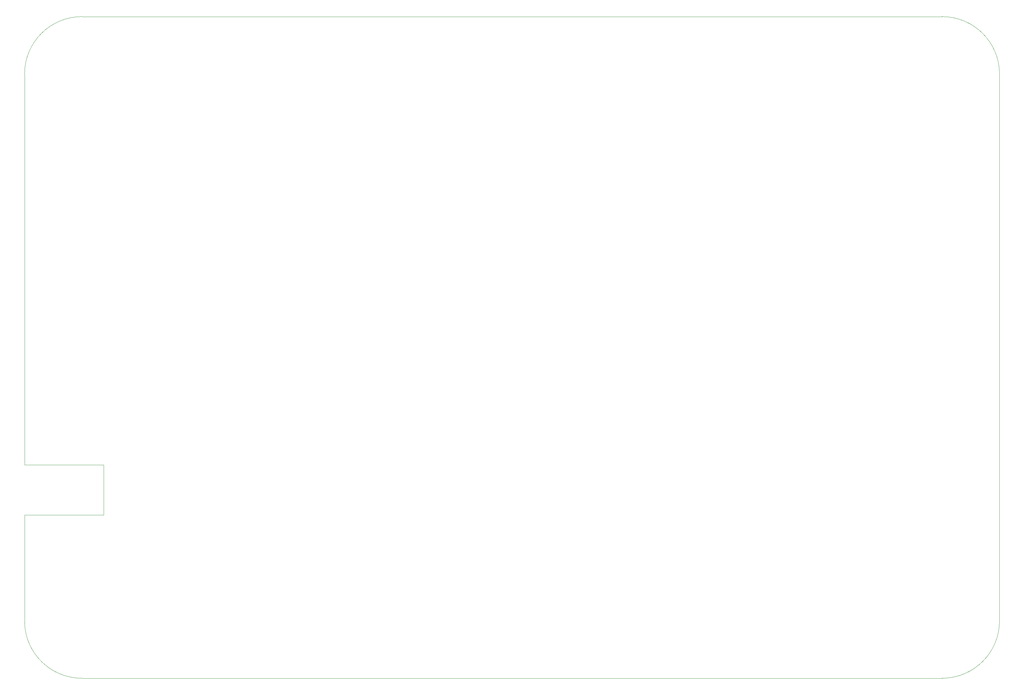
<source format=gbr>
%TF.GenerationSoftware,KiCad,Pcbnew,8.0.4*%
%TF.CreationDate,2024-08-25T10:48:18+09:00*%
%TF.ProjectId,StickLess,53746963-6b4c-4657-9373-2e6b69636164,rev?*%
%TF.SameCoordinates,Original*%
%TF.FileFunction,Profile,NP*%
%FSLAX46Y46*%
G04 Gerber Fmt 4.6, Leading zero omitted, Abs format (unit mm)*
G04 Created by KiCad (PCBNEW 8.0.4) date 2024-08-25 10:48:18*
%MOMM*%
%LPD*%
G01*
G04 APERTURE LIST*
%TA.AperFunction,Profile*%
%ADD10C,0.100000*%
%TD*%
G04 APERTURE END LIST*
D10*
X0Y-139000000D02*
X1Y-169000000D01*
X271500000Y-168500000D02*
G75*
G02*
X255500000Y-184500000I-16000000J0D01*
G01*
X271500000Y-16000000D02*
X271500000Y-168500000D01*
X0Y-125000000D02*
X22000000Y-125000000D01*
X0Y-16000000D02*
G75*
G02*
X16000000Y0I16000002J-2D01*
G01*
X22000000Y-139000000D02*
X0Y-139000000D01*
X255500000Y0D02*
G75*
G02*
X271500000Y-16000000I0J-16000000D01*
G01*
X0Y-125000000D02*
X0Y-16000000D01*
X16000000Y0D02*
X255500000Y0D01*
X16000000Y-184507810D02*
G75*
G02*
X1Y-169000000I0J16007810D01*
G01*
X16000000Y-184500000D02*
X255500000Y-184500000D01*
X22000000Y-125000000D02*
X22000000Y-139000000D01*
M02*

</source>
